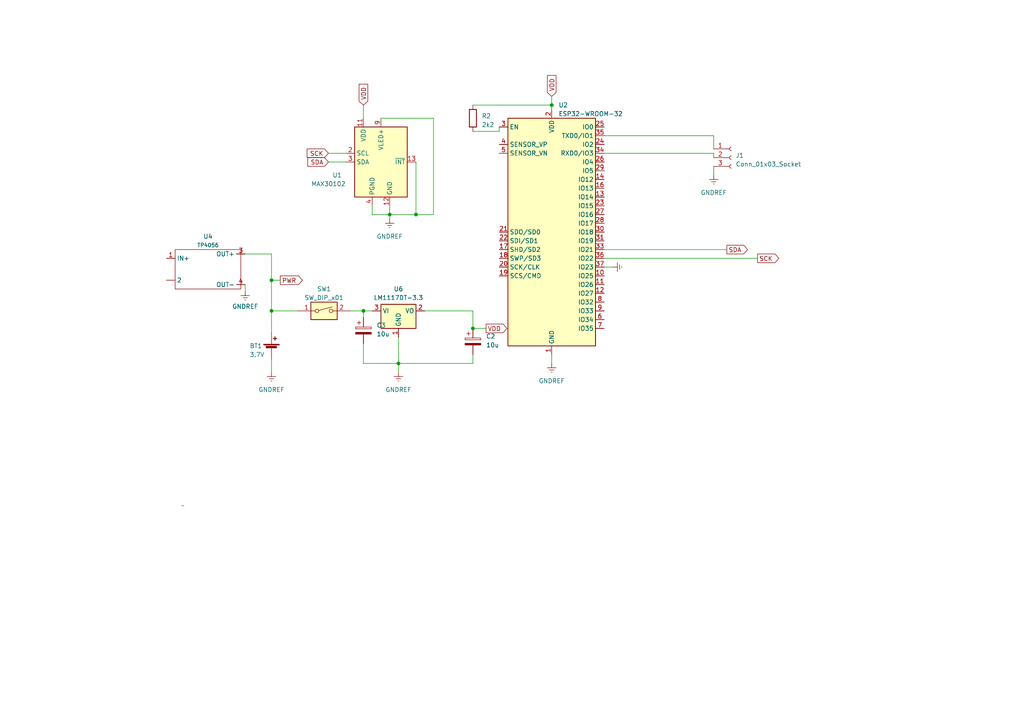
<source format=kicad_sch>
(kicad_sch (version 20230121) (generator eeschema)
  (paper "A4")
  (lib_symbols
    (symbol "Connector:Conn_01x03_Socket" (pin_names (offset 1.016) hide)
      (property "Reference" "J" (at 0 5.08 0))
      (property "Value" "Conn_01x03_Socket" (at 0 -5.08 0))
      (symbol "Conn_01x03_Socket_1_1"
        (arc (start 0 -2.032) (mid -0.5058 -2.54) (end 0 -3.048) (stroke (width 0.1524)))
        (polyline (pts (xy -1.27 -2.54) (xy -0.508 -2.54)) (stroke (width 0.1524)))
        (polyline (pts (xy -1.27 0) (xy -0.508 0)) (stroke (width 0.1524)))
        (polyline (pts (xy -1.27 2.54) (xy -0.508 2.54)) (stroke (width 0.1524)))
        (arc (start 0 0.508) (mid -0.5058 0) (end 0 -0.508) (stroke (width 0.1524)))
        (arc (start 0 3.048) (mid -0.5058 2.54) (end 0 2.032) (stroke (width 0.1524)))
        (pin passive line (at -5.08 2.54 0) (length 3.81) (name "Pin_1") (number "1"))
        (pin passive line (at -5.08 0 0) (length 3.81) (name "Pin_2") (number "2"))
        (pin passive line (at -5.08 -2.54 0) (length 3.81) (name "Pin_3") (number "3"))
      )
    )
    (symbol "Device:Battery_Cell" (pin_numbers hide) (pin_names (offset 0) hide)
      (property "Reference" "BT" (at 2.54 2.54 0))
      (property "Value" "Battery_Cell" (at 2.54 0 0))
      (symbol "Battery_Cell_0_1"
        (rectangle (start -2.286 1.778) (end 2.286 1.524) (fill (type outline)))
        (rectangle (start -1.5748 1.1938) (end 1.4732 0.6858) (fill (type outline)))
        (polyline (pts (xy 0 0.762) (xy 0 0)))
        (polyline (pts (xy 0 1.778) (xy 0 2.54)))
        (polyline (pts (xy 0.508 3.429) (xy 1.524 3.429)) (stroke (width 0.254)))
        (polyline (pts (xy 1.016 3.937) (xy 1.016 2.921)) (stroke (width 0.254)))
      )
      (symbol "Battery_Cell_1_1"
        (pin passive line (at 0 5.08 270) (length 2.54) (name "+") (number "1"))
        (pin passive line (at 0 -2.54 90) (length 2.54) (name "-") (number "2"))
      )
    )
    (symbol "Device:C_Polarized" (pin_numbers hide) (pin_names (offset 0.254))
      (property "Reference" "C" (at 0.635 2.54 0))
      (property "Value" "C_Polarized" (at 0.635 -2.54 0))
      (symbol "C_Polarized_0_1"
        (rectangle (start -2.286 0.508) (end 2.286 1.016))
        (polyline (pts (xy -1.778 2.286) (xy -0.762 2.286)))
        (polyline (pts (xy -1.27 2.794) (xy -1.27 1.778)))
        (rectangle (start 2.286 -0.508) (end -2.286 -1.016) (fill (type outline)))
      )
      (symbol "C_Polarized_1_1"
        (pin passive line (at 0 3.81 270) (length 2.794) (name "~") (number "1"))
        (pin passive line (at 0 -3.81 90) (length 2.794) (name "~") (number "2"))
      )
    )
    (symbol "Device:R" (pin_numbers hide) (pin_names (offset 0))
      (property "Reference" "R" (at 2.032 0 90))
      (property "Value" "R" (at 0 0 90))
      (symbol "R_0_1"
        (rectangle (start -1.016 -2.54) (end 1.016 2.54) (stroke (width 0.254)))
      )
      (symbol "R_1_1"
        (pin passive line (at 0 3.81 270) (length 1.27) (name "~") (number "1"))
        (pin passive line (at 0 -3.81 90) (length 1.27) (name "~") (number "2"))
      )
    )
    (symbol "RF_Module:ESP32-WROOM-32"
      (property "Reference" "U" (at -12.7 34.29 0))
      (property "Value" "ESP32-WROOM-32" (at 1.27 34.29 0))
      (symbol "ESP32-WROOM-32_0_1"
        (rectangle (start -12.7 33.02) (end 12.7 -33.02) (stroke (width 0.254)) (fill (type background)))
      )
      (symbol "ESP32-WROOM-32_1_1"
        (pin power_in line (at 0 -35.56 90) (length 2.54) (name "GND") (number "1"))
        (pin bidirectional line (at 15.24 -12.7 180) (length 2.54) (name "IO25") (number "10"))
        (pin bidirectional line (at 15.24 -15.24 180) (length 2.54) (name "IO26") (number "11"))
        (pin bidirectional line (at 15.24 -17.78 180) (length 2.54) (name "IO27") (number "12"))
        (pin bidirectional line (at 15.24 10.16 180) (length 2.54) (name "IO14") (number "13"))
        (pin bidirectional line (at 15.24 15.24 180) (length 2.54) (name "IO12") (number "14"))
        (pin passive line (at 0 -35.56 90) (length 2.54) hide (name "GND") (number "15"))
        (pin bidirectional line (at 15.24 12.7 180) (length 2.54) (name "IO13") (number "16"))
        (pin bidirectional line (at -15.24 -5.08 0) (length 2.54) (name "SHD/SD2") (number "17"))
        (pin bidirectional line (at -15.24 -7.62 0) (length 2.54) (name "SWP/SD3") (number "18"))
        (pin bidirectional line (at -15.24 -12.7 0) (length 2.54) (name "SCS/CMD") (number "19"))
        (pin power_in line (at 0 35.56 270) (length 2.54) (name "VDD") (number "2"))
        (pin bidirectional line (at -15.24 -10.16 0) (length 2.54) (name "SCK/CLK") (number "20"))
        (pin bidirectional line (at -15.24 0 0) (length 2.54) (name "SDO/SD0") (number "21"))
        (pin bidirectional line (at -15.24 -2.54 0) (length 2.54) (name "SDI/SD1") (number "22"))
        (pin bidirectional line (at 15.24 7.62 180) (length 2.54) (name "IO15") (number "23"))
        (pin bidirectional line (at 15.24 25.4 180) (length 2.54) (name "IO2") (number "24"))
        (pin bidirectional line (at 15.24 30.48 180) (length 2.54) (name "IO0") (number "25"))
        (pin bidirectional line (at 15.24 20.32 180) (length 2.54) (name "IO4") (number "26"))
        (pin bidirectional line (at 15.24 5.08 180) (length 2.54) (name "IO16") (number "27"))
        (pin bidirectional line (at 15.24 2.54 180) (length 2.54) (name "IO17") (number "28"))
        (pin bidirectional line (at 15.24 17.78 180) (length 2.54) (name "IO5") (number "29"))
        (pin input line (at -15.24 30.48 0) (length 2.54) (name "EN") (number "3"))
        (pin bidirectional line (at 15.24 0 180) (length 2.54) (name "IO18") (number "30"))
        (pin bidirectional line (at 15.24 -2.54 180) (length 2.54) (name "IO19") (number "31"))
        (pin no_connect line (at -12.7 -27.94 0) (length 2.54) hide (name "NC") (number "32"))
        (pin bidirectional line (at 15.24 -5.08 180) (length 2.54) (name "IO21") (number "33"))
        (pin bidirectional line (at 15.24 22.86 180) (length 2.54) (name "RXD0/IO3") (number "34"))
        (pin bidirectional line (at 15.24 27.94 180) (length 2.54) (name "TXD0/IO1") (number "35"))
        (pin bidirectional line (at 15.24 -7.62 180) (length 2.54) (name "IO22") (number "36"))
        (pin bidirectional line (at 15.24 -10.16 180) (length 2.54) (name "IO23") (number "37"))
        (pin passive line (at 0 -35.56 90) (length 2.54) hide (name "GND") (number "38"))
        (pin passive line (at 0 -35.56 90) (length 2.54) hide (name "GND") (number "39"))
        (pin input line (at -15.24 25.4 0) (length 2.54) (name "SENSOR_VP") (number "4"))
        (pin input line (at -15.24 22.86 0) (length 2.54) (name "SENSOR_VN") (number "5"))
        (pin input line (at 15.24 -25.4 180) (length 2.54) (name "IO34") (number "6"))
        (pin input line (at 15.24 -27.94 180) (length 2.54) (name "IO35") (number "7"))
        (pin bidirectional line (at 15.24 -20.32 180) (length 2.54) (name "IO32") (number "8"))
        (pin bidirectional line (at 15.24 -22.86 180) (length 2.54) (name "IO33") (number "9"))
      )
    )
    (symbol "Regulator_Linear:LM1117DT-3.3"
      (property "Reference" "U" (at -3.81 3.175 0))
      (property "Value" "LM1117DT-3.3" (at 0 3.175 0))
      (symbol "LM1117DT-3.3_0_1"
        (rectangle (start -5.08 -5.08) (end 5.08 1.905) (stroke (width 0.254)) (fill (type background)))
      )
      (symbol "LM1117DT-3.3_1_1"
        (pin power_in line (at 0 -7.62 90) (length 2.54) (name "GND") (number "1"))
        (pin power_out line (at 7.62 0 180) (length 2.54) (name "VO") (number "2"))
        (pin power_in line (at -7.62 0 0) (length 2.54) (name "VI") (number "3"))
      )
    )
    (symbol "Sensor:MAX30102"
      (property "Reference" "U" (at 7.62 15.24 0))
      (property "Value" "MAX30102" (at 7.62 12.7 0))
      (symbol "MAX30102_0_1"
        (rectangle (start -7.62 10.16) (end 7.62 -10.16) (stroke (width 0.254)) (fill (type background)))
      )
      (symbol "MAX30102_1_1"
        (pin no_connect line (at -7.62 5.08 0) (length 2.54) hide (name "NC") (number "1"))
        (pin passive line (at 0 12.7 270) (length 2.54) hide (name "VLED+") (number "10"))
        (pin power_in line (at -5.08 12.7 270) (length 2.54) (name "VDD") (number "11"))
        (pin power_in line (at 2.54 -12.7 90) (length 2.54) (name "GND") (number "12"))
        (pin output line (at 10.16 0 180) (length 2.54) (name "~{INT}") (number "13"))
        (pin no_connect line (at 7.62 2.54 180) (length 2.54) hide (name "NC") (number "14"))
        (pin input line (at -10.16 2.54 0) (length 2.54) (name "SCL") (number "2"))
        (pin bidirectional line (at -10.16 0 0) (length 2.54) (name "SDA") (number "3"))
        (pin power_in line (at -2.54 -12.7 90) (length 2.54) (name "PGND") (number "4"))
        (pin no_connect line (at 7.62 -7.62 180) (length 2.54) hide (name "NC") (number "5"))
        (pin no_connect line (at 7.62 -5.08 180) (length 2.54) hide (name "NC") (number "6"))
        (pin no_connect line (at -7.62 -2.54 0) (length 2.54) hide (name "NC") (number "7"))
        (pin no_connect line (at 7.62 5.08 180) (length 2.54) hide (name "NC") (number "8"))
        (pin power_in line (at 0 12.7 270) (length 2.54) (name "VLED+") (number "9"))
      )
    )
    (symbol "Switch:SW_DIP_x01" (pin_names (offset 0) hide)
      (property "Reference" "SW" (at 0 3.81 0))
      (property "Value" "SW_DIP_x01" (at 0 -3.81 0))
      (symbol "SW_DIP_x01_0_0"
        (circle (center -2.032 0) (radius 0.508))
        (polyline (pts (xy -1.524 0.127) (xy 2.3622 1.1684)))
        (circle (center 2.032 0) (radius 0.508))
      )
      (symbol "SW_DIP_x01_0_1"
        (rectangle (start -3.81 2.54) (end 3.81 -2.54) (stroke (width 0.254)) (fill (type background)))
      )
      (symbol "SW_DIP_x01_1_1"
        (pin passive line (at -7.62 0 0) (length 5.08) (name "~") (number "1"))
        (pin passive line (at 7.62 0 180) (length 5.08) (name "~") (number "2"))
      )
    )
    (symbol "TP4056:TP4056 18650"
      (property "Reference" "U4" (at -12.065 24.13 0))
      (property "Value" "TP4056" (at -12.065 21.59 0))
      (symbol "TP4056 18650_0_1"
        (rectangle (start -21.59 20.32) (end -2.54 8.89))
      )
      (symbol "TP4056 18650_1_1"
        (pin input line (at -24.13 11.43 0) (length 2.54) (name "2") (number ""))
        (pin input line (at -24.13 17.78 0) (length 2.54) (name "IN+") (number "1"))
        (pin output line (at -1.27 19.05 180) (length 2.54) (name "OUT+") (number "3"))
        (pin output line (at -1.27 10.16 180) (length 2.54) (name "OUT-") (number "4"))
      )
    )
    (symbol "power:GNDREF" (power) (pin_names (offset 0))
      (property "Value" "GNDREF" (at 0 -3.81 0))
      (symbol "GNDREF_0_1"
        (polyline (pts (xy -0.635 -1.905) (xy 0.635 -1.905)))
        (polyline (pts (xy -0.127 -2.54) (xy 0.127 -2.54)))
        (polyline (pts (xy 0 -1.27) (xy 0 0)))
        (polyline (pts (xy 1.27 -1.27) (xy -1.27 -1.27)))
      )
      (symbol "GNDREF_1_1"
        (pin power_in line (at 0 0 270) (length 0) hide (name "GNDREF") (number "1"))
      )
    )
  )
  (junction (at 137.16 95.25))
  (junction (at 120.65 62.23))
  (junction (at 105.41 90.17))
  (junction (at 113.03 62.23))
  (junction (at 160.02 30.48))
  (junction (at 78.74 81.28))
  (junction (at 78.74 90.17))
  (junction (at 115.57 105.41))
  (wire (pts (xy 105.41 90.17) (xy 107.95 90.17)))
  (wire (pts (xy 115.57 97.79) (xy 115.57 105.41)))
  (wire (pts (xy 175.26 77.47) (xy 177.8 77.47)))
  (wire (pts (xy 175.26 74.93) (xy 219.71 74.93)))
  (wire (pts (xy 137.16 95.25) (xy 140.97 95.25)))
  (wire (pts (xy 113.03 59.69) (xy 113.03 62.23)))
  (wire (pts (xy 78.74 90.17) (xy 86.36 90.17)))
  (wire (pts (xy 160.02 102.87) (xy 160.02 105.41)))
  (wire (pts (xy 95.25 46.99) (xy 100.33 46.99)))
  (wire (pts (xy 144.78 36.83) (xy 144.78 38.1)))
  (wire (pts (xy 78.74 73.66) (xy 78.74 81.28)))
  (wire (pts (xy 160.02 30.48) (xy 160.02 31.75)))
  (wire (pts (xy 125.73 34.29) (xy 125.73 62.23)))
  (wire (pts (xy 115.57 105.41) (xy 137.16 105.41)))
  (wire (pts (xy 175.26 72.39) (xy 210.82 72.39)))
  (wire (pts (xy 207.01 48.26) (xy 207.01 50.8)))
  (wire (pts (xy 105.41 30.48) (xy 105.41 34.29)))
  (wire (pts (xy 107.95 62.23) (xy 113.03 62.23)))
  (wire (pts (xy 107.95 59.69) (xy 107.95 62.23)))
  (wire (pts (xy 207.01 44.45) (xy 207.01 45.72)))
  (wire (pts (xy 175.26 39.37) (xy 207.01 39.37)))
  (wire (pts (xy 105.41 99.695) (xy 105.41 105.41)))
  (wire (pts (xy 78.74 81.28) (xy 78.74 90.17)))
  (wire (pts (xy 115.57 105.41) (xy 115.57 107.95)))
  (wire (pts (xy 78.74 90.17) (xy 78.74 96.52)))
  (wire (pts (xy 113.03 62.23) (xy 113.03 63.5)))
  (wire (pts (xy 105.41 90.17) (xy 101.6 90.17)))
  (wire (pts (xy 95.25 44.45) (xy 100.33 44.45)))
  (wire (pts (xy 137.16 90.17) (xy 137.16 95.25)))
  (wire (pts (xy 137.16 30.48) (xy 160.02 30.48)))
  (wire (pts (xy 120.65 46.99) (xy 120.65 62.23)))
  (wire (pts (xy 137.16 102.87) (xy 137.16 105.41)))
  (wire (pts (xy 71.12 73.66) (xy 78.74 73.66)))
  (wire (pts (xy 78.74 104.14) (xy 78.74 107.95)))
  (wire (pts (xy 78.74 81.28) (xy 81.28 81.28)))
  (wire (pts (xy 105.41 105.41) (xy 115.57 105.41)))
  (wire (pts (xy 144.78 38.1) (xy 137.16 38.1)))
  (wire (pts (xy 125.73 62.23) (xy 120.65 62.23)))
  (wire (pts (xy 207.01 39.37) (xy 207.01 43.18)))
  (wire (pts (xy 105.41 90.17) (xy 105.41 92.075)))
  (wire (pts (xy 53.34 146.685) (xy 52.705 146.685)))
  (wire (pts (xy 175.26 44.45) (xy 207.01 44.45)))
  (wire (pts (xy 71.12 82.55) (xy 71.12 84.455)))
  (wire (pts (xy 110.49 34.29) (xy 125.73 34.29)))
  (wire (pts (xy 160.02 27.94) (xy 160.02 30.48)))
  (wire (pts (xy 123.19 90.17) (xy 137.16 90.17)))
  (wire (pts (xy 120.65 62.23) (xy 113.03 62.23)))
  (global_label "VDD" (shape output) (at 140.97 95.25 0) (property "Intersheetrefs" "${INTERSHEET_REFS}" (effects hide)))
  (global_label "VDD" (shape input) (at 105.41 30.48 90) (property "Intersheetrefs" "${INTERSHEET_REFS}" (effects hide)))
  (global_label "SDA" (shape input) (at 95.25 46.99 180) (property "Intersheetrefs" "${INTERSHEET_REFS}" (effects hide)))
  (global_label "VDD" (shape input) (at 160.02 27.94 90) (property "Intersheetrefs" "${INTERSHEET_REFS}" (effects hide)))
  (global_label "PWR" (shape output) (at 81.28 81.28 0) (property "Intersheetrefs" "${INTERSHEET_REFS}" (effects hide)))
  (global_label "SCK" (shape input) (at 95.25 44.45 180) (property "Intersheetrefs" "${INTERSHEET_REFS}" (effects hide)))
  (global_label "SDA" (shape output) (at 210.82 72.39 0) (property "Intersheetrefs" "${INTERSHEET_REFS}" (effects hide)))
  (global_label "SCK" (shape output) (at 219.71 74.93 0) (property "Intersheetrefs" "${INTERSHEET_REFS}" (effects hide)))
  (symbol (lib_id "power:GNDREF") (at 78.74 107.95 0) (unit 1)
    (property "Reference" "#PWR09" (effects hide))
    (property "Value" "GNDREF" (at 78.74 113.03 0))
  )
  (symbol (lib_id "power:GNDREF") (at 113.03 63.5 0) (unit 1)
    (property "Reference" "#PWR03" (effects hide))
    (property "Value" "GNDREF" (at 113.03 68.58 0))
  )
  (symbol (lib_id "Device:C_Polarized") (at 137.16 99.06 0) (unit 1)
    (property "Reference" "C2" (at 140.97 97.536 0) (effects (justify left)))
    (property "Value" "10u" (at 140.97 100.076 0) (effects (justify left)))
    (property "Footprint" "Capacitor_THT:C_Disc_D4.7mm_W2.5mm_P5.00mm" (effects hide))
  )
  (symbol (lib_id "TP4056:TP4056 18650") (at 72.39 92.71 0) (unit 1)
    (property "Reference" "U4" (at 60.325 68.58 0))
    (property "Value" "TP4056" (at 60.325 71.12 0) (effects (font (size 1.1 1.1))))
    (property "Footprint" "TP 4056 18650:TP4056-18650" (effects hide))
  )
  (symbol (lib_id "power:GNDREF") (at 115.57 107.95 0) (unit 1)
    (property "Reference" "#PWR06" (effects hide))
    (property "Value" "GNDREF" (at 115.57 113.03 0))
  )
  (symbol (lib_id "power:GNDREF") (at 207.01 50.8 0) (unit 1)
    (property "Reference" "#PWR01" (effects hide))
    (property "Value" "GNDREF" (at 207.01 55.88 0))
  )
  (symbol (lib_id "Sensor:MAX30102") (at 110.49 46.99 0) (unit 1)
    (property "Reference" "U1" (at 97.79 50.8 0))
    (property "Value" "MAX30102" (at 95.25 53.34 0))
    (property "Footprint" "MAX30102:MAX30102" (effects hide))
    (property "Datasheet" "https://datasheets.maximintegrated.com/en/ds/MAX30102.pdf" (effects hide))
  )
  (symbol (lib_id "Regulator_Linear:LM1117DT-3.3") (at 115.57 90.17 0) (unit 1)
    (property "Reference" "U6" (at 115.57 83.82 0))
    (property "Value" "LM1117DT-3.3" (at 115.57 86.36 0))
    (property "Footprint" "Package_TO_SOT_SMD:SOT-223" (effects hide))
    (property "Datasheet" "http://www.ti.com/lit/ds/symlink/lm1117.pdf" (effects hide))
  )
  (symbol (lib_id "Device:Battery_Cell") (at 78.74 101.6 0) (unit 1)
    (property "Reference" "BT1" (at 72.39 100.33 0) (effects (justify left)))
    (property "Value" "3.7V" (at 72.39 102.87 0) (effects (justify left)))
    (property "Footprint" "Connector_PinHeader_2.54mm:PinHeader_1x02_P2.54mm_Vertical" (effects hide))
  )
  (symbol (lib_id "power:GNDREF") (at 177.8 77.47 90) (unit 1)
    (property "Reference" "#PWR012" (effects hide))
    (property "Value" "GNDREF" (effects hide))
  )
  (symbol (lib_id "Connector:Conn_01x03_Socket") (at 212.09 45.72 0) (unit 1)
    (property "Reference" "J1" (at 213.36 45.085 0) (effects (justify left)))
    (property "Value" "Conn_01x03_Socket" (at 213.36 47.625 0) (effects (justify left)))
    (property "Footprint" "Connector_PinHeader_2.54mm:PinHeader_1x03_P2.54mm_Vertical" (effects hide))
  )
  (symbol (lib_id "power:GNDREF") (at 71.12 84.455 0) (unit 1)
    (property "Reference" "#PWR02" (effects hide))
    (property "Value" "GNDREF" (at 71.12 88.9 0))
  )
  (symbol (lib_id "power:GNDREF") (at 160.02 105.41 0) (unit 1)
    (property "Reference" "#PWR04" (effects hide))
    (property "Value" "GNDREF" (at 160.02 110.49 0))
  )
  (symbol (lib_id "Device:C_Polarized") (at 105.41 95.885 0) (unit 1)
    (property "Reference" "C3" (at 109.22 94.361 0) (effects (justify left)))
    (property "Value" "10u" (at 109.22 96.901 0) (effects (justify left)))
    (property "Footprint" "Capacitor_THT:C_Disc_D4.3mm_W1.9mm_P5.00mm" (effects hide))
  )
  (symbol (lib_id "Switch:SW_DIP_x01") (at 93.98 90.17 0) (unit 1)
    (property "Reference" "SW1" (at 93.98 83.82 0))
    (property "Value" "SW_DIP_x01" (at 93.98 86.36 0))
    (property "Footprint" "Connector_PinHeader_2.54mm:PinHeader_1x02_P2.54mm_Vertical" (effects hide))
  )
  (symbol (lib_id "Device:R") (at 137.16 34.29 0) (unit 1)
    (property "Reference" "R2" (at 139.7 33.655 0) (effects (justify left)))
    (property "Value" "2k2" (at 139.7 36.195 0) (effects (justify left)))
    (property "Footprint" "Resistor_SMD:R_0805_2012Metric" (effects hide))
  )
  (symbol (lib_id "RF_Module:ESP32-WROOM-32") (at 160.02 67.31 0) (unit 1)
    (property "Reference" "U2" (at 161.9759 30.48 0) (effects (justify left)))
    (property "Value" "ESP32-WROOM-32" (at 161.9759 33.02 0) (effects (justify left)))
    (property "Footprint" "RF_Module:ESP32-WROOM-32" (effects hide))
    (property "Datasheet" "https://www.espressif.com/sites/default/files/documentation/esp32-wroom-32_datasheet_en.pdf" (effects hide))
  )
)
</source>
